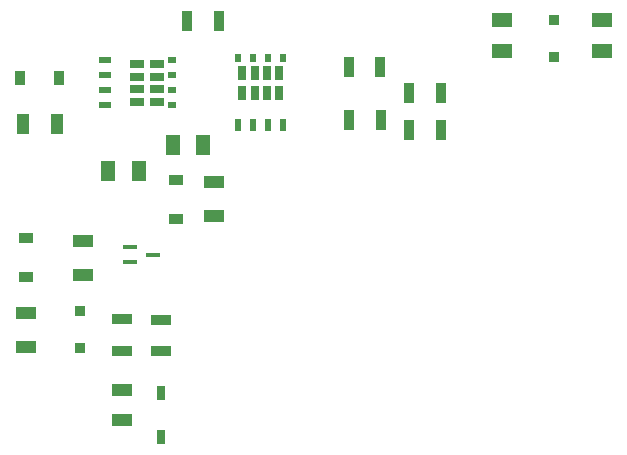
<source format=gbp>
G04*
G04 #@! TF.GenerationSoftware,Altium Limited,Altium Designer,25.2.1 (25)*
G04*
G04 Layer_Color=128*
%FSLAX44Y44*%
%MOMM*%
G71*
G04*
G04 #@! TF.SameCoordinates,F4FED96F-6736-4451-9F0E-EDF3A1B2C77D*
G04*
G04*
G04 #@! TF.FilePolarity,Positive*
G04*
G01*
G75*
%ADD21R,1.7062X1.2034*%
%ADD27R,0.7000X1.2000*%
%ADD31R,1.7000X1.0500*%
%ADD32R,1.6582X0.9561*%
%ADD42R,0.9561X1.6582*%
%ADD98R,1.2200X0.9100*%
%ADD99R,1.2000X0.4000*%
%ADD100R,1.6621X1.0581*%
%ADD101R,0.9500X0.9000*%
%ADD102R,1.0581X1.7121*%
%ADD103R,0.9100X1.2200*%
%ADD104R,1.7121X1.0581*%
%ADD107R,1.2034X1.7062*%
%ADD115R,1.0720X0.5620*%
%ADD116R,0.7660X0.5080*%
%ADD117R,1.2940X0.7460*%
%ADD118R,0.5620X1.0720*%
%ADD119R,0.5080X0.7660*%
%ADD120R,0.7460X1.2940*%
D21*
X1629410Y1186484D02*
D03*
Y1160476D02*
D03*
X1714500D02*
D03*
Y1186484D02*
D03*
D27*
X1341120Y833670D02*
D03*
Y870670D02*
D03*
D31*
X1308100Y873760D02*
D03*
Y848260D02*
D03*
D32*
Y906928D02*
D03*
Y933450D02*
D03*
X1341120Y906219D02*
D03*
Y932741D02*
D03*
D42*
X1500579Y1102360D02*
D03*
X1527101D02*
D03*
X1389941Y1186180D02*
D03*
X1363419D02*
D03*
X1551379Y1093470D02*
D03*
X1577901D02*
D03*
Y1125220D02*
D03*
X1551379D02*
D03*
X1526392Y1146810D02*
D03*
X1499870D02*
D03*
D98*
X1353820Y1051400D02*
D03*
Y1018700D02*
D03*
X1226820Y969170D02*
D03*
Y1001870D02*
D03*
D99*
X1315110Y981560D02*
D03*
Y994560D02*
D03*
X1334110Y988060D02*
D03*
D100*
X1226820Y910290D02*
D03*
Y938830D02*
D03*
D101*
X1272540Y940310D02*
D03*
X1272540Y908810D02*
D03*
X1673860Y1186690D02*
D03*
X1673860Y1155190D02*
D03*
D102*
X1252820Y1098550D02*
D03*
X1224280D02*
D03*
D103*
X1254600Y1137920D02*
D03*
X1221900D02*
D03*
D104*
X1385570Y1020780D02*
D03*
Y1049320D02*
D03*
X1275080Y971250D02*
D03*
Y999790D02*
D03*
D107*
X1350976Y1080770D02*
D03*
X1376984D02*
D03*
X1296366Y1059180D02*
D03*
X1322374D02*
D03*
D115*
X1293805Y1114425D02*
D03*
Y1127125D02*
D03*
Y1139825D02*
D03*
Y1152525D02*
D03*
D116*
X1350475Y1114425D02*
D03*
Y1127125D02*
D03*
Y1139825D02*
D03*
Y1152525D02*
D03*
D117*
X1337315Y1117785D02*
D03*
Y1128245D02*
D03*
Y1138705D02*
D03*
Y1149165D02*
D03*
X1320875Y1117785D02*
D03*
Y1128245D02*
D03*
Y1138705D02*
D03*
Y1149165D02*
D03*
D118*
X1444622Y1098225D02*
D03*
X1431922D02*
D03*
X1419222D02*
D03*
X1406522D02*
D03*
D119*
X1444625Y1154895D02*
D03*
X1431925D02*
D03*
X1419225D02*
D03*
X1406525D02*
D03*
D120*
X1441265Y1141735D02*
D03*
X1430805D02*
D03*
X1420345D02*
D03*
X1409885D02*
D03*
X1441265Y1125295D02*
D03*
X1430805D02*
D03*
X1420345D02*
D03*
X1409885D02*
D03*
M02*

</source>
